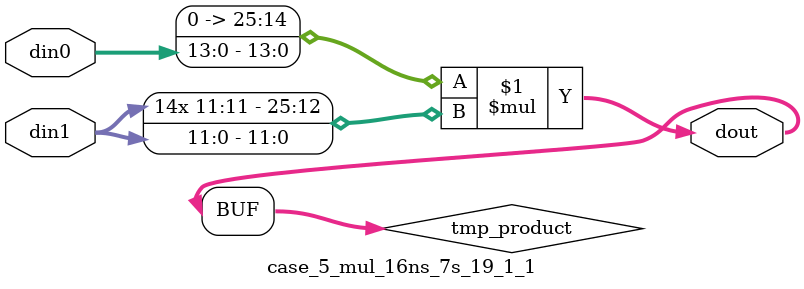
<source format=v>

`timescale 1 ns / 1 ps

 (* use_dsp = "no" *)  module case_5_mul_16ns_7s_19_1_1(din0, din1, dout);
parameter ID = 1;
parameter NUM_STAGE = 0;
parameter din0_WIDTH = 14;
parameter din1_WIDTH = 12;
parameter dout_WIDTH = 26;

input [din0_WIDTH - 1 : 0] din0; 
input [din1_WIDTH - 1 : 0] din1; 
output [dout_WIDTH - 1 : 0] dout;

wire signed [dout_WIDTH - 1 : 0] tmp_product;

























assign tmp_product = $signed({1'b0, din0}) * $signed(din1);










assign dout = tmp_product;





















endmodule

</source>
